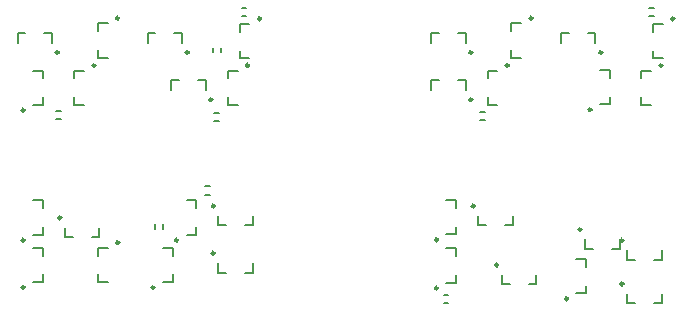
<source format=gbo>
G04 Layer_Color=32896*
%FSLAX25Y25*%
%MOIN*%
G70*
G01*
G75*
%ADD45C,0.00984*%
%ADD47C,0.00787*%
D45*
X94980Y55512D02*
G03*
X94980Y55512I-492J0D01*
G01*
X102854Y71260D02*
G03*
X102854Y71260I-492J0D01*
G01*
X115059Y82677D02*
G03*
X115059Y82677I-492J0D01*
G01*
X115059Y66929D02*
G03*
X115059Y66929I-492J0D01*
G01*
X83169Y70473D02*
G03*
X83169Y70473I-492J0D01*
G01*
X63878Y78740D02*
G03*
X63878Y78740I-492J0D01*
G01*
X51673Y71260D02*
G03*
X51673Y71260I-492J0D01*
G01*
X51673Y55512D02*
G03*
X51673Y55512I-492J0D01*
G01*
X232776Y51772D02*
G03*
X232776Y51772I-492J0D01*
G01*
X237303Y74803D02*
G03*
X237303Y74803I-492J0D01*
G01*
X251279Y71260D02*
G03*
X251279Y71260I-492J0D01*
G01*
X251279Y56693D02*
G03*
X251279Y56693I-492J0D01*
G01*
X209547Y62992D02*
G03*
X209547Y62992I-492J0D01*
G01*
X201673Y82677D02*
G03*
X201673Y82677I-492J0D01*
G01*
X189469Y71457D02*
G03*
X189469Y71457I-492J0D01*
G01*
X189469Y55315D02*
G03*
X189469Y55315I-492J0D01*
G01*
X220965Y145276D02*
G03*
X220965Y145276I-492J0D01*
G01*
X213091Y129528D02*
G03*
X213091Y129528I-492J0D01*
G01*
X200886Y118110D02*
G03*
X200886Y118110I-492J0D01*
G01*
X200886Y133858D02*
G03*
X200886Y133858I-492J0D01*
G01*
X244193Y133858D02*
G03*
X244193Y133858I-492J0D01*
G01*
X240650Y114764D02*
G03*
X240650Y114764I-492J0D01*
G01*
X264272Y129528D02*
G03*
X264272Y129528I-492J0D01*
G01*
X268209Y145079D02*
G03*
X268209Y145079I-492J0D01*
G01*
X83169Y145276D02*
G03*
X83169Y145276I-492J0D01*
G01*
X75295Y129528D02*
G03*
X75295Y129528I-492J0D01*
G01*
X51673Y114567D02*
G03*
X51673Y114567I-492J0D01*
G01*
X63091Y133858D02*
G03*
X63091Y133858I-492J0D01*
G01*
X106398Y133858D02*
G03*
X106398Y133858I-492J0D01*
G01*
X114272Y118110D02*
G03*
X114272Y118110I-492J0D01*
G01*
X126476Y129528D02*
G03*
X126476Y129528I-492J0D01*
G01*
X130413Y145079D02*
G03*
X130413Y145079I-492J0D01*
G01*
D47*
X191339Y52953D02*
X192913Y52953D01*
X191339Y50197D02*
X192913Y50197D01*
X203543Y113976D02*
X205118Y113976D01*
X203543Y111221D02*
X205118Y111221D01*
X259842Y145866D02*
X261417Y145866D01*
X259842Y148622D02*
X261417Y148622D01*
X114764Y113583D02*
X116339Y113583D01*
X114764Y110827D02*
X116339Y110827D01*
X62205Y114370D02*
X63779Y114370D01*
X62205Y111614D02*
X63779Y111614D01*
X124016Y145866D02*
X125591Y145866D01*
X124016Y148622D02*
X125591Y148622D01*
X114370Y133858D02*
X114370Y135433D01*
X117126Y133858D02*
X117126Y135433D01*
X97835Y75000D02*
X97835Y76575D01*
X95079Y75000D02*
X95079Y76575D01*
X111811Y86417D02*
X113386Y86417D01*
X111811Y89173D02*
X113386Y89173D01*
X97776Y57244D02*
X100984Y57244D01*
X100984Y59842D01*
X97776Y68740D02*
X100984Y68740D01*
X100984Y66142D02*
X100984Y68740D01*
X105650Y72992D02*
X108858Y72992D01*
X108858Y75590D01*
X105650Y84488D02*
X108858Y84488D01*
X108858Y81890D02*
X108858Y84488D01*
X116299Y76181D02*
X116299Y79390D01*
X116299Y76181D02*
X118898Y76181D01*
X127795Y76181D02*
X127795Y79390D01*
X125197Y76181D02*
X127795Y76181D01*
X116299Y60433D02*
X116299Y63642D01*
X116299Y60433D02*
X118898Y60433D01*
X127795Y60433D02*
X127795Y63642D01*
X125197Y60433D02*
X127795Y60433D01*
X76181Y68740D02*
X79390Y68740D01*
X76181Y66142D02*
X76181Y68740D01*
X76181Y57244D02*
X79390Y57244D01*
X76181Y57244D02*
X76181Y59842D01*
X65118Y72244D02*
X65118Y75453D01*
X65118Y72244D02*
X67716Y72244D01*
X76614Y72244D02*
X76614Y75453D01*
X74016Y72244D02*
X76614Y72244D01*
X54469Y72992D02*
X57677Y72992D01*
X57677Y75590D01*
X54469Y84488D02*
X57677Y84488D01*
X57677Y81890D02*
X57677Y84488D01*
X54469Y57244D02*
X57677Y57244D01*
X57677Y59842D01*
X54469Y68740D02*
X57677Y68740D01*
X57677Y66142D02*
X57677Y68740D01*
X235571Y53504D02*
X238779Y53504D01*
X238779Y56102D01*
X235571Y65000D02*
X238779Y65000D01*
X238779Y62402D02*
X238779Y65000D01*
X238543Y68307D02*
X238543Y71516D01*
X238543Y68307D02*
X241142Y68307D01*
X250039Y68307D02*
X250039Y71516D01*
X247441Y68307D02*
X250039Y68307D01*
X252520Y64764D02*
X252520Y67972D01*
X252520Y64764D02*
X255118Y64764D01*
X264016Y64764D02*
X264016Y67972D01*
X261417Y64764D02*
X264016Y64764D01*
X252520Y50197D02*
X252520Y53405D01*
X252520Y50197D02*
X255118Y50197D01*
X264016Y50197D02*
X264016Y53405D01*
X261417Y50197D02*
X264016Y50197D01*
X210787Y56496D02*
X210787Y59705D01*
X210787Y56496D02*
X213386Y56496D01*
X222284Y56496D02*
X222284Y59705D01*
X219685Y56496D02*
X222284Y56496D01*
X202913Y76181D02*
X202913Y79390D01*
X202913Y76181D02*
X205512Y76181D01*
X214409Y76181D02*
X214409Y79390D01*
X211811Y76181D02*
X214409Y76181D01*
X192264Y73189D02*
X195472Y73189D01*
X195472Y75787D01*
X192264Y84685D02*
X195472Y84685D01*
X195472Y82087D02*
X195472Y84685D01*
X192264Y57047D02*
X195472Y57047D01*
X195472Y59646D01*
X192264Y68543D02*
X195472Y68543D01*
X195472Y65945D02*
X195472Y68543D01*
X213976Y143543D02*
X217185Y143543D01*
X213976Y140945D02*
X213976Y143543D01*
X213976Y132047D02*
X217185Y132047D01*
X213976Y132047D02*
X213976Y134646D01*
X206102Y127795D02*
X209311Y127795D01*
X206102Y125197D02*
X206102Y127795D01*
X206102Y116299D02*
X209311Y116299D01*
X206102Y116299D02*
X206102Y118898D01*
X198661Y121398D02*
X198661Y124606D01*
X196063Y124606D02*
X198661Y124606D01*
X187165Y121398D02*
X187165Y124606D01*
X189764Y124606D01*
X198661Y137146D02*
X198661Y140354D01*
X196063Y140354D02*
X198661Y140354D01*
X187165Y137146D02*
X187165Y140354D01*
X189764Y140354D01*
X241968Y137146D02*
X241968Y140354D01*
X239370Y140354D02*
X241968Y140354D01*
X230472Y137146D02*
X230472Y140354D01*
X233071Y140354D01*
X243445Y116496D02*
X246654Y116496D01*
X246654Y119095D01*
X243445Y127992D02*
X246654Y127992D01*
X246654Y125394D02*
X246654Y127992D01*
X257283Y127795D02*
X260492Y127795D01*
X257283Y125197D02*
X257283Y127795D01*
X257283Y116299D02*
X260492Y116299D01*
X257283Y116299D02*
X257283Y118898D01*
X261221Y143347D02*
X264429Y143347D01*
X261221Y140748D02*
X261221Y143347D01*
X261221Y131850D02*
X264429Y131850D01*
X261221Y131850D02*
X261221Y134449D01*
X76181Y143543D02*
X79390Y143543D01*
X76181Y140945D02*
X76181Y143543D01*
X76181Y132047D02*
X79390Y132047D01*
X76181Y132047D02*
X76181Y134646D01*
X68307Y127795D02*
X71516Y127795D01*
X68307Y125197D02*
X68307Y127795D01*
X68307Y116299D02*
X71516Y116299D01*
X68307Y116299D02*
X68307Y118898D01*
X54469Y116299D02*
X57677Y116299D01*
X57677Y118898D01*
X54469Y127795D02*
X57677Y127795D01*
X57677Y125197D02*
X57677Y127795D01*
X60866Y137146D02*
X60866Y140354D01*
X58268Y140354D02*
X60866Y140354D01*
X49370Y137146D02*
X49370Y140354D01*
X51968Y140354D01*
X104173Y137146D02*
X104173Y140354D01*
X101575Y140354D02*
X104173Y140354D01*
X92677Y137146D02*
X92677Y140354D01*
X95276Y140354D01*
X112047Y121398D02*
X112047Y124606D01*
X109449Y124606D02*
X112047Y124606D01*
X100551Y121398D02*
X100551Y124606D01*
X103150Y124606D01*
X119488Y127795D02*
X122697Y127795D01*
X119488Y125197D02*
X119488Y127795D01*
X119488Y116299D02*
X122697Y116299D01*
X119488Y116299D02*
X119488Y118898D01*
X123425Y143347D02*
X126634Y143347D01*
X123425Y140748D02*
X123425Y143347D01*
X123425Y131850D02*
X126634Y131850D01*
X123425Y131850D02*
X123425Y134449D01*
M02*

</source>
